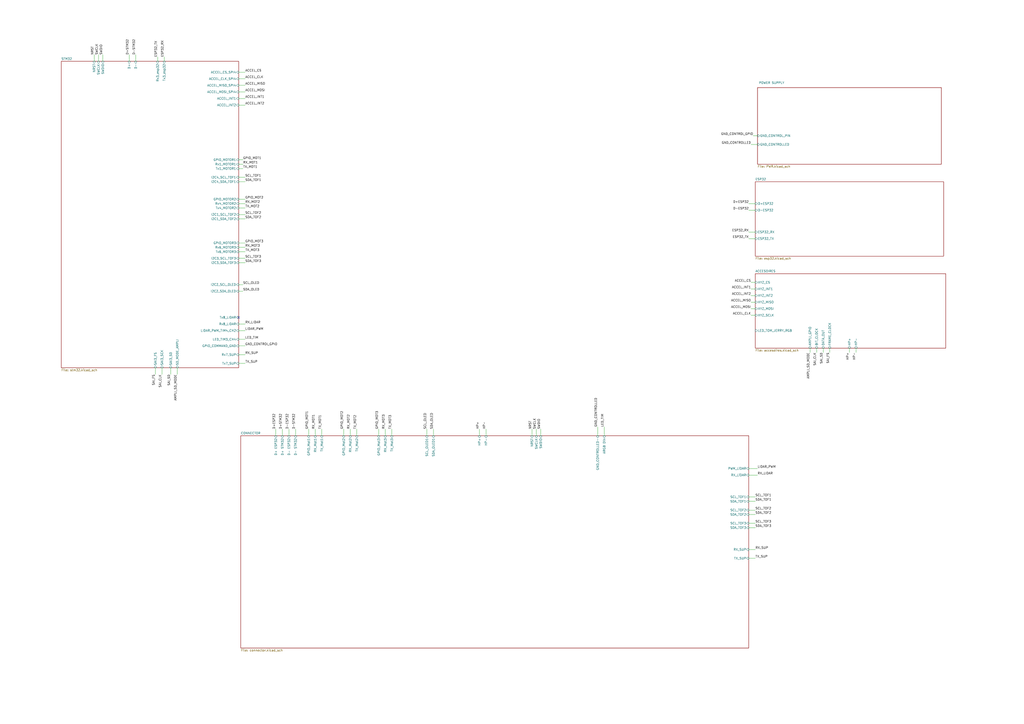
<source format=kicad_sch>
(kicad_sch
	(version 20250114)
	(generator "eeschema")
	(generator_version "9.0")
	(uuid "64301b3d-8a16-47d9-a9c6-0068257932ba")
	(paper "A2")
	(lib_symbols)
	(no_connect
		(at 138.43 184.15)
		(uuid "9d9414a4-1db0-45e9-a216-bf07b3695cd9")
	)
	(wire
		(pts
			(xy 251.46 248.92) (xy 251.46 252.73)
		)
		(stroke
			(width 0)
			(type default)
		)
		(uuid "0113d179-3b76-4e27-a636-39025279b1c2")
	)
	(wire
		(pts
			(xy 59.69 35.56) (xy 59.69 31.75)
		)
		(stroke
			(width 0)
			(type default)
		)
		(uuid "02ff65a8-9f3a-4528-ab89-e1f4c757f418")
	)
	(wire
		(pts
			(xy 142.24 115.57) (xy 138.43 115.57)
		)
		(stroke
			(width 0)
			(type default)
		)
		(uuid "0b302dbe-49d8-4db2-a9fa-1d07903a3452")
	)
	(wire
		(pts
			(xy 496.57 204.47) (xy 496.57 201.93)
		)
		(stroke
			(width 0)
			(type default)
		)
		(uuid "0db2a8a1-5cf9-4b29-9e35-8bf1b027ea7b")
	)
	(wire
		(pts
			(xy 142.24 143.51) (xy 138.43 143.51)
		)
		(stroke
			(width 0)
			(type default)
		)
		(uuid "0e184ca1-c349-4251-b3fe-c52e9db80463")
	)
	(wire
		(pts
			(xy 435.61 167.64) (xy 438.15 167.64)
		)
		(stroke
			(width 0)
			(type default)
		)
		(uuid "0e7fe588-64a1-4e2d-8d96-ec050cf425ec")
	)
	(wire
		(pts
			(xy 102.87 217.17) (xy 102.87 213.36)
		)
		(stroke
			(width 0)
			(type default)
		)
		(uuid "187203c3-cb56-4fb2-92c7-161476bb126c")
	)
	(wire
		(pts
			(xy 78.74 31.75) (xy 78.74 35.56)
		)
		(stroke
			(width 0)
			(type default)
		)
		(uuid "1c644dc1-48ef-4165-b9fc-69440ad04059")
	)
	(wire
		(pts
			(xy 434.34 118.11) (xy 438.15 118.11)
		)
		(stroke
			(width 0)
			(type default)
		)
		(uuid "23a2d673-810f-42d1-a6de-a7c9b5fc1663")
	)
	(wire
		(pts
			(xy 434.34 138.43) (xy 438.15 138.43)
		)
		(stroke
			(width 0)
			(type default)
		)
		(uuid "2538c56c-85cc-435d-b87d-7402e9b40d93")
	)
	(wire
		(pts
			(xy 140.97 92.71) (xy 138.43 92.71)
		)
		(stroke
			(width 0)
			(type default)
		)
		(uuid "25ce735b-1b92-4dbb-8ce3-b80ee15e8640")
	)
	(wire
		(pts
			(xy 203.2 248.92) (xy 203.2 252.73)
		)
		(stroke
			(width 0)
			(type default)
		)
		(uuid "272d0ca2-3562-4818-aa89-848960ce6fe2")
	)
	(wire
		(pts
			(xy 167.64 248.92) (xy 167.64 252.73)
		)
		(stroke
			(width 0)
			(type default)
		)
		(uuid "2903a9cc-148f-44e0-b5bd-98970bd3a0b3")
	)
	(wire
		(pts
			(xy 435.61 163.83) (xy 438.15 163.83)
		)
		(stroke
			(width 0)
			(type default)
		)
		(uuid "29400868-afa4-4e34-a546-5970e425df82")
	)
	(wire
		(pts
			(xy 438.15 290.83) (xy 434.34 290.83)
		)
		(stroke
			(width 0)
			(type default)
		)
		(uuid "32fd7384-ce83-4506-96cb-bae139fe6369")
	)
	(wire
		(pts
			(xy 435.61 175.26) (xy 438.15 175.26)
		)
		(stroke
			(width 0)
			(type default)
		)
		(uuid "3420fb50-3e9f-4ec9-b4ae-508f4f3348ff")
	)
	(wire
		(pts
			(xy 163.83 248.92) (xy 163.83 252.73)
		)
		(stroke
			(width 0)
			(type default)
		)
		(uuid "36997f45-b264-4f97-8f6a-490eb164d7ea")
	)
	(wire
		(pts
			(xy 281.94 248.92) (xy 281.94 252.73)
		)
		(stroke
			(width 0)
			(type default)
		)
		(uuid "3a07b45c-ebcd-4b91-aa45-a13db8a9318d")
	)
	(wire
		(pts
			(xy 142.24 149.86) (xy 138.43 149.86)
		)
		(stroke
			(width 0)
			(type default)
		)
		(uuid "3a23b26e-219b-458b-9678-5b1c4b530a18")
	)
	(wire
		(pts
			(xy 142.24 152.4) (xy 138.43 152.4)
		)
		(stroke
			(width 0)
			(type default)
		)
		(uuid "3b770667-5649-4d12-9102-556d89795674")
	)
	(wire
		(pts
			(xy 142.24 191.77) (xy 138.43 191.77)
		)
		(stroke
			(width 0)
			(type default)
		)
		(uuid "3dea65d4-fff2-44d7-bdd8-f5e45b809182")
	)
	(wire
		(pts
			(xy 142.24 205.74) (xy 138.43 205.74)
		)
		(stroke
			(width 0)
			(type default)
		)
		(uuid "45cc9f9b-c476-4756-97f4-884a7ad214d6")
	)
	(wire
		(pts
			(xy 140.97 95.25) (xy 138.43 95.25)
		)
		(stroke
			(width 0)
			(type default)
		)
		(uuid "4c4a673a-e013-4bce-b5c2-ebdf29defc99")
	)
	(wire
		(pts
			(xy 219.71 248.92) (xy 219.71 252.73)
		)
		(stroke
			(width 0)
			(type default)
		)
		(uuid "50960d16-15b5-49ac-b41e-26f748d1eaba")
	)
	(wire
		(pts
			(xy 95.25 33.02) (xy 95.25 35.56)
		)
		(stroke
			(width 0)
			(type default)
		)
		(uuid "56bacb4d-7ca3-48e7-8249-c88354903ec8")
	)
	(wire
		(pts
			(xy 350.52 247.65) (xy 350.52 252.73)
		)
		(stroke
			(width 0)
			(type default)
		)
		(uuid "598d13ef-ac2b-4361-9f35-8d61c12f6661")
	)
	(wire
		(pts
			(xy 182.88 248.92) (xy 182.88 252.73)
		)
		(stroke
			(width 0)
			(type default)
		)
		(uuid "5ba44961-2a00-4655-82f5-be6ce5dff3d7")
	)
	(wire
		(pts
			(xy 93.98 217.17) (xy 93.98 213.36)
		)
		(stroke
			(width 0)
			(type default)
		)
		(uuid "5bbde2cb-743a-4007-9417-5c7f252186d0")
	)
	(wire
		(pts
			(xy 223.52 248.92) (xy 223.52 252.73)
		)
		(stroke
			(width 0)
			(type default)
		)
		(uuid "5c416637-87c9-4fd6-9a6c-2c3f253df562")
	)
	(wire
		(pts
			(xy 346.71 247.65) (xy 346.71 252.73)
		)
		(stroke
			(width 0)
			(type default)
		)
		(uuid "5d4e2fd2-42ec-4a13-9e73-7fd7b48e8da7")
	)
	(wire
		(pts
			(xy 142.24 45.72) (xy 138.43 45.72)
		)
		(stroke
			(width 0)
			(type default)
		)
		(uuid "5da5c208-3cbd-463d-8461-240d9e61928f")
	)
	(wire
		(pts
			(xy 435.61 179.07) (xy 438.15 179.07)
		)
		(stroke
			(width 0)
			(type default)
		)
		(uuid "6a618095-96d3-475b-aaa7-58dc6c7f72e1")
	)
	(wire
		(pts
			(xy 142.24 49.53) (xy 138.43 49.53)
		)
		(stroke
			(width 0)
			(type default)
		)
		(uuid "6a630b6c-673a-43eb-8f0b-ee827464f2c1")
	)
	(wire
		(pts
			(xy 438.15 318.77) (xy 434.34 318.77)
		)
		(stroke
			(width 0)
			(type default)
		)
		(uuid "702c51cb-d71e-4d32-b7ff-7c96820e850a")
	)
	(wire
		(pts
			(xy 435.61 171.45) (xy 438.15 171.45)
		)
		(stroke
			(width 0)
			(type default)
		)
		(uuid "758c376b-87d4-43bc-b862-b359f1fc7bc5")
	)
	(wire
		(pts
			(xy 142.24 127) (xy 138.43 127)
		)
		(stroke
			(width 0)
			(type default)
		)
		(uuid "75ef2c2e-ff27-497e-99d4-ef43612a5d73")
	)
	(wire
		(pts
			(xy 207.01 248.92) (xy 207.01 252.73)
		)
		(stroke
			(width 0)
			(type default)
		)
		(uuid "787180a1-6538-46f6-aceb-fbe755ac0463")
	)
	(wire
		(pts
			(xy 469.9 204.47) (xy 469.9 201.93)
		)
		(stroke
			(width 0)
			(type default)
		)
		(uuid "79e4f2f7-5a84-461a-89e5-7d613dfc6dd0")
	)
	(wire
		(pts
			(xy 278.13 248.92) (xy 278.13 252.73)
		)
		(stroke
			(width 0)
			(type default)
		)
		(uuid "7bd76878-d76c-4638-b7dd-f43b33e4601a")
	)
	(wire
		(pts
			(xy 160.02 248.92) (xy 160.02 252.73)
		)
		(stroke
			(width 0)
			(type default)
		)
		(uuid "7d82adea-3874-42c9-87ff-e165087a7ce7")
	)
	(wire
		(pts
			(xy 171.45 248.92) (xy 171.45 252.73)
		)
		(stroke
			(width 0)
			(type default)
		)
		(uuid "7ee5ad75-c2e6-4362-8bc5-e47cd5e526ca")
	)
	(wire
		(pts
			(xy 142.24 124.46) (xy 138.43 124.46)
		)
		(stroke
			(width 0)
			(type default)
		)
		(uuid "81baf407-f511-447c-9e66-0778670ef033")
	)
	(wire
		(pts
			(xy 473.71 204.47) (xy 473.71 201.93)
		)
		(stroke
			(width 0)
			(type default)
		)
		(uuid "83f12bec-346a-4d6f-956e-b5559a9d394d")
	)
	(wire
		(pts
			(xy 434.34 134.62) (xy 438.15 134.62)
		)
		(stroke
			(width 0)
			(type default)
		)
		(uuid "850e6f04-6781-4fcf-b54e-37e67b651425")
	)
	(wire
		(pts
			(xy 90.17 217.17) (xy 90.17 213.36)
		)
		(stroke
			(width 0)
			(type default)
		)
		(uuid "870d7e07-255d-4017-bfea-58bb6896227b")
	)
	(wire
		(pts
			(xy 436.88 78.74) (xy 439.42 78.74)
		)
		(stroke
			(width 0)
			(type default)
		)
		(uuid "87857253-9180-4788-b6a2-181200d21c92")
	)
	(wire
		(pts
			(xy 142.24 187.96) (xy 138.43 187.96)
		)
		(stroke
			(width 0)
			(type default)
		)
		(uuid "88c1c78b-dae7-431b-9983-c19bb585da47")
	)
	(wire
		(pts
			(xy 74.93 31.75) (xy 74.93 35.56)
		)
		(stroke
			(width 0)
			(type default)
		)
		(uuid "8bedf283-6181-4f7f-8b86-918f482603b3")
	)
	(wire
		(pts
			(xy 308.61 248.92) (xy 308.61 252.73)
		)
		(stroke
			(width 0)
			(type default)
		)
		(uuid "91eaa08c-5900-4b23-9d56-5dfd6249a84d")
	)
	(wire
		(pts
			(xy 438.15 295.91) (xy 434.34 295.91)
		)
		(stroke
			(width 0)
			(type default)
		)
		(uuid "92459ae8-11b0-4555-90af-e168a4c7cd66")
	)
	(wire
		(pts
			(xy 142.24 60.96) (xy 138.43 60.96)
		)
		(stroke
			(width 0)
			(type default)
		)
		(uuid "934ca7d7-2277-4adf-b49f-ba7daf222ab0")
	)
	(wire
		(pts
			(xy 438.15 323.85) (xy 434.34 323.85)
		)
		(stroke
			(width 0)
			(type default)
		)
		(uuid "9381fa7a-26de-444b-be31-ca5c16de43c3")
	)
	(wire
		(pts
			(xy 227.33 248.92) (xy 227.33 252.73)
		)
		(stroke
			(width 0)
			(type default)
		)
		(uuid "96aed149-9dfc-4f1f-9e8b-790466870546")
	)
	(wire
		(pts
			(xy 91.44 33.02) (xy 91.44 35.56)
		)
		(stroke
			(width 0)
			(type default)
		)
		(uuid "9a22c088-a32a-4ca9-a85d-1d5de8e814fb")
	)
	(wire
		(pts
			(xy 477.52 204.47) (xy 477.52 201.93)
		)
		(stroke
			(width 0)
			(type default)
		)
		(uuid "9a491492-7ccd-4632-951a-ca67171e6478")
	)
	(wire
		(pts
			(xy 438.15 303.53) (xy 434.34 303.53)
		)
		(stroke
			(width 0)
			(type default)
		)
		(uuid "9bb01d3b-c421-4652-b427-811bc1480196")
	)
	(wire
		(pts
			(xy 142.24 57.15) (xy 138.43 57.15)
		)
		(stroke
			(width 0)
			(type default)
		)
		(uuid "9d457b5c-30e5-43a3-adb0-835076d5e7df")
	)
	(wire
		(pts
			(xy 311.15 248.92) (xy 311.15 252.73)
		)
		(stroke
			(width 0)
			(type default)
		)
		(uuid "9ecbbd52-6062-40a9-8dd4-873c0fde65d8")
	)
	(wire
		(pts
			(xy 438.15 288.29) (xy 434.34 288.29)
		)
		(stroke
			(width 0)
			(type default)
		)
		(uuid "a3dd8489-985d-4825-bcac-2118f1ab819d")
	)
	(wire
		(pts
			(xy 438.15 306.07) (xy 434.34 306.07)
		)
		(stroke
			(width 0)
			(type default)
		)
		(uuid "a4dea78f-b826-41f2-8428-b30b868e01d6")
	)
	(wire
		(pts
			(xy 140.97 165.1) (xy 138.43 165.1)
		)
		(stroke
			(width 0)
			(type default)
		)
		(uuid "a8012333-c5a5-4091-a989-5cf8b8c85815")
	)
	(wire
		(pts
			(xy 142.24 105.41) (xy 138.43 105.41)
		)
		(stroke
			(width 0)
			(type default)
		)
		(uuid "a9b13de6-224e-489c-8704-b4e304922ee0")
	)
	(wire
		(pts
			(xy 439.42 271.78) (xy 434.34 271.78)
		)
		(stroke
			(width 0)
			(type default)
		)
		(uuid "ac4c1361-741b-452c-adf7-dd2981ea2224")
	)
	(wire
		(pts
			(xy 142.24 210.82) (xy 138.43 210.82)
		)
		(stroke
			(width 0)
			(type default)
		)
		(uuid "b4f90ddd-c4d7-423e-adc0-7f62920f376e")
	)
	(wire
		(pts
			(xy 142.24 120.65) (xy 138.43 120.65)
		)
		(stroke
			(width 0)
			(type default)
		)
		(uuid "b5ffeb9a-842b-4c60-a58a-7d113e47dfcb")
	)
	(wire
		(pts
			(xy 439.42 275.59) (xy 434.34 275.59)
		)
		(stroke
			(width 0)
			(type default)
		)
		(uuid "bdc8d55f-dff9-457d-ad29-ebdf650cb7b5")
	)
	(wire
		(pts
			(xy 142.24 118.11) (xy 138.43 118.11)
		)
		(stroke
			(width 0)
			(type default)
		)
		(uuid "bee1b028-212e-4fd6-a9ee-4d61be3d4ede")
	)
	(wire
		(pts
			(xy 142.24 53.34) (xy 138.43 53.34)
		)
		(stroke
			(width 0)
			(type default)
		)
		(uuid "c475acba-0a8c-49a1-b953-26490c990757")
	)
	(wire
		(pts
			(xy 199.39 248.92) (xy 199.39 252.73)
		)
		(stroke
			(width 0)
			(type default)
		)
		(uuid "c5738813-40ae-4d5f-ba8c-fca94dfa1827")
	)
	(wire
		(pts
			(xy 54.61 31.75) (xy 54.61 35.56)
		)
		(stroke
			(width 0)
			(type default)
		)
		(uuid "c798c35c-b04b-4deb-80fb-d37fb6a2f2c4")
	)
	(wire
		(pts
			(xy 435.61 83.82) (xy 439.42 83.82)
		)
		(stroke
			(width 0)
			(type default)
		)
		(uuid "c94159ae-3472-4779-94db-06ee6512a4c2")
	)
	(wire
		(pts
			(xy 99.06 217.17) (xy 99.06 213.36)
		)
		(stroke
			(width 0)
			(type default)
		)
		(uuid "ce3363f9-a82b-4f00-9760-727311dfead7")
	)
	(wire
		(pts
			(xy 438.15 298.45) (xy 434.34 298.45)
		)
		(stroke
			(width 0)
			(type default)
		)
		(uuid "d0e27a9f-928c-4465-bf27-7685c827e66a")
	)
	(wire
		(pts
			(xy 186.69 248.92) (xy 186.69 252.73)
		)
		(stroke
			(width 0)
			(type default)
		)
		(uuid "d6ea565d-0511-4850-9c37-10b7de89964e")
	)
	(wire
		(pts
			(xy 313.69 248.92) (xy 313.69 252.73)
		)
		(stroke
			(width 0)
			(type default)
		)
		(uuid "d73f72ea-0eda-4896-9167-0a66af2dff40")
	)
	(wire
		(pts
			(xy 142.24 41.91) (xy 138.43 41.91)
		)
		(stroke
			(width 0)
			(type default)
		)
		(uuid "d9773752-6acd-4ec2-9aba-89bf1eb278de")
	)
	(wire
		(pts
			(xy 142.24 146.05) (xy 138.43 146.05)
		)
		(stroke
			(width 0)
			(type default)
		)
		(uuid "dc174ba3-31c8-434c-a0d6-6d6fd1dd191a")
	)
	(wire
		(pts
			(xy 435.61 182.88) (xy 438.15 182.88)
		)
		(stroke
			(width 0)
			(type default)
		)
		(uuid "dcc2bdce-d966-4231-bd25-491704c0d8e1")
	)
	(wire
		(pts
			(xy 481.33 204.47) (xy 481.33 201.93)
		)
		(stroke
			(width 0)
			(type default)
		)
		(uuid "dd09e52e-cf50-4605-82b2-7c6bd3351246")
	)
	(wire
		(pts
			(xy 179.07 248.92) (xy 179.07 252.73)
		)
		(stroke
			(width 0)
			(type default)
		)
		(uuid "de82a8f5-c122-4ad3-a7d3-267977ad0b2b")
	)
	(wire
		(pts
			(xy 142.24 200.66) (xy 138.43 200.66)
		)
		(stroke
			(width 0)
			(type default)
		)
		(uuid "e08c930c-5c19-4f75-b252-51ee0f8011f9")
	)
	(wire
		(pts
			(xy 142.24 102.87) (xy 138.43 102.87)
		)
		(stroke
			(width 0)
			(type default)
		)
		(uuid "e9717266-9ee6-4428-98b2-6384721b7ddf")
	)
	(wire
		(pts
			(xy 57.15 31.75) (xy 57.15 35.56)
		)
		(stroke
			(width 0)
			(type default)
		)
		(uuid "e986d579-0616-4815-afff-af8ea157cfd9")
	)
	(wire
		(pts
			(xy 492.76 204.47) (xy 492.76 201.93)
		)
		(stroke
			(width 0)
			(type default)
		)
		(uuid "eb7f0c4f-fb18-435b-b7c9-9ad967e699c4")
	)
	(wire
		(pts
			(xy 434.34 121.92) (xy 438.15 121.92)
		)
		(stroke
			(width 0)
			(type default)
		)
		(uuid "ef8683a4-7e93-4fa2-ad93-04d81623a46e")
	)
	(wire
		(pts
			(xy 142.24 196.85) (xy 138.43 196.85)
		)
		(stroke
			(width 0)
			(type default)
		)
		(uuid "efa62e14-40d0-499c-994f-3626a0daf9c4")
	)
	(wire
		(pts
			(xy 142.24 140.97) (xy 138.43 140.97)
		)
		(stroke
			(width 0)
			(type default)
		)
		(uuid "f38874d9-926c-45a5-9078-443c1538fee5")
	)
	(wire
		(pts
			(xy 140.97 97.79) (xy 138.43 97.79)
		)
		(stroke
			(width 0)
			(type default)
		)
		(uuid "f7f0f9b0-a89a-4e67-a318-173a695bb86a")
	)
	(wire
		(pts
			(xy 140.97 168.91) (xy 138.43 168.91)
		)
		(stroke
			(width 0)
			(type default)
		)
		(uuid "f9d18293-3ec5-45b9-b1f9-d26fd78045dc")
	)
	(wire
		(pts
			(xy 247.65 248.92) (xy 247.65 252.73)
		)
		(stroke
			(width 0)
			(type default)
		)
		(uuid "fa3fd2eb-a14a-4f57-bd60-e0c708427471")
	)
	(label "TX_SUP"
		(at 142.24 210.82 0)
		(effects
			(font
				(size 1.27 1.27)
			)
			(justify left bottom)
		)
		(uuid "04475dbe-68a5-46eb-90f4-73e8988d9226")
	)
	(label "ACCEL_INT2"
		(at 142.24 60.96 0)
		(effects
			(font
				(size 1.27 1.27)
			)
			(justify left bottom)
		)
		(uuid "0bd0b5f0-ec85-478f-b353-0193b680aaca")
	)
	(label "SWDIO"
		(at 59.69 31.75 90)
		(effects
			(font
				(size 1.27 1.27)
			)
			(justify left bottom)
		)
		(uuid "0fb3a8e7-c230-4eca-b8ed-f137c178009e")
	)
	(label "GPIO_MOT3"
		(at 219.71 248.92 90)
		(effects
			(font
				(size 1.27 1.27)
			)
			(justify left bottom)
		)
		(uuid "112d7569-e988-4595-aa11-9bc17741f870")
	)
	(label "ACCEL_CLK"
		(at 142.24 45.72 0)
		(effects
			(font
				(size 1.27 1.27)
			)
			(justify left bottom)
		)
		(uuid "144fcea0-4773-4b0e-a778-c05dc6bc1824")
	)
	(label "SCL_TOF3"
		(at 142.24 149.86 0)
		(effects
			(font
				(size 1.27 1.27)
			)
			(justify left bottom)
		)
		(uuid "18f1f7ee-270f-4f4c-ac70-16b00216a23d")
	)
	(label "LIDAR_PWM"
		(at 142.24 191.77 0)
		(effects
			(font
				(size 1.27 1.27)
			)
			(justify left bottom)
		)
		(uuid "1a6a551c-59cc-43ba-9a27-0a6ab85a6734")
	)
	(label "ACCEL_INT2"
		(at 435.61 171.45 180)
		(effects
			(font
				(size 1.27 1.27)
			)
			(justify right bottom)
		)
		(uuid "1e662773-3b49-4a6e-ab2b-d337e83e01c2")
	)
	(label "SWDIO"
		(at 313.69 248.92 90)
		(effects
			(font
				(size 1.27 1.27)
			)
			(justify left bottom)
		)
		(uuid "1f50aada-c37e-440f-8c56-190222a3f1d6")
	)
	(label "SDA_OLED"
		(at 251.46 248.92 90)
		(effects
			(font
				(size 1.27 1.27)
			)
			(justify left bottom)
		)
		(uuid "1f51fff0-f08e-46c9-a82b-5e884ee9c19e")
	)
	(label "NRST"
		(at 54.61 31.75 90)
		(effects
			(font
				(size 1.27 1.27)
			)
			(justify left bottom)
		)
		(uuid "25f08616-917f-44b9-977e-9a1206228b69")
	)
	(label "LED_TIM"
		(at 142.24 196.85 0)
		(effects
			(font
				(size 1.27 1.27)
			)
			(justify left bottom)
		)
		(uuid "26ad4d6f-aafe-4075-81c2-12938981e512")
	)
	(label "D-STM32"
		(at 171.45 248.92 90)
		(effects
			(font
				(size 1.27 1.27)
			)
			(justify left bottom)
		)
		(uuid "28deb36a-fa18-4594-9abc-45c8c32ec12e")
	)
	(label "ACCEL_INT1"
		(at 435.61 167.64 180)
		(effects
			(font
				(size 1.27 1.27)
			)
			(justify right bottom)
		)
		(uuid "2a63f73e-e4da-41f8-a38f-f1169b59d300")
	)
	(label "SDA_TOF3"
		(at 438.15 306.07 0)
		(effects
			(font
				(size 1.27 1.27)
			)
			(justify left bottom)
		)
		(uuid "2c64d89c-aaa9-42c2-a44d-9bf1573dd444")
	)
	(label "ESP32_TX"
		(at 91.44 33.02 90)
		(effects
			(font
				(size 1.27 1.27)
			)
			(justify left bottom)
		)
		(uuid "2cd2621e-45c6-4e3e-8f44-e8a4b38589ce")
	)
	(label "AMPLI_SD_MODE"
		(at 102.87 217.17 270)
		(effects
			(font
				(size 1.27 1.27)
			)
			(justify right bottom)
		)
		(uuid "2f3aa694-b40e-40c5-8dee-709a82346e28")
	)
	(label "RX_SUP"
		(at 142.24 205.74 0)
		(effects
			(font
				(size 1.27 1.27)
			)
			(justify left bottom)
		)
		(uuid "2f3c51cd-d4a4-4037-9c9b-e504da1e2551")
	)
	(label "LIDAR_PWM"
		(at 439.42 271.78 0)
		(effects
			(font
				(size 1.27 1.27)
			)
			(justify left bottom)
		)
		(uuid "319264da-d870-4444-a961-f288587db86e")
	)
	(label "HP+"
		(at 278.13 248.92 90)
		(effects
			(font
				(size 1.27 1.27)
			)
			(justify left bottom)
		)
		(uuid "35cc718a-ce2f-493f-b825-737af87c6c97")
	)
	(label "RX_MOT2"
		(at 203.2 248.92 90)
		(effects
			(font
				(size 1.27 1.27)
			)
			(justify left bottom)
		)
		(uuid "35df4287-7b43-4a51-be80-bacc696c9c2c")
	)
	(label "SWCLK"
		(at 311.15 248.92 90)
		(effects
			(font
				(size 1.27 1.27)
			)
			(justify left bottom)
		)
		(uuid "364622b4-ab47-4ea7-adce-bc4f33c214b7")
	)
	(label "SCL_OLED"
		(at 247.65 248.92 90)
		(effects
			(font
				(size 1.27 1.27)
			)
			(justify left bottom)
		)
		(uuid "392ab511-ad3c-42db-b06d-5636af5695f3")
	)
	(label "AMPLI_SD_MODE"
		(at 469.9 204.47 270)
		(effects
			(font
				(size 1.27 1.27)
			)
			(justify right bottom)
		)
		(uuid "409324e6-1840-4edc-b9d4-35d30d1e31df")
	)
	(label "GND_CONTROLLED"
		(at 435.61 83.82 180)
		(effects
			(font
				(size 1.27 1.27)
			)
			(justify right bottom)
		)
		(uuid "45928083-9ed5-439f-932f-b27683bc5f2d")
	)
	(label "ACCEL_MOSI"
		(at 142.24 53.34 0)
		(effects
			(font
				(size 1.27 1.27)
			)
			(justify left bottom)
		)
		(uuid "4712e209-7d86-4b55-8d86-96e731b88a22")
	)
	(label "TX_MOT3"
		(at 142.24 146.05 0)
		(effects
			(font
				(size 1.27 1.27)
			)
			(justify left bottom)
		)
		(uuid "484d243d-6775-431c-9f9f-19abcc7ae4f4")
	)
	(label "TX_MOT2"
		(at 207.01 248.92 90)
		(effects
			(font
				(size 1.27 1.27)
			)
			(justify left bottom)
		)
		(uuid "49675f7d-6481-4967-9e9d-038953386f0c")
	)
	(label "D+ESP32"
		(at 434.34 118.11 180)
		(effects
			(font
				(size 1.27 1.27)
			)
			(justify right bottom)
		)
		(uuid "4da744e1-f330-407a-a61f-4cd846fd43ec")
	)
	(label "TX_MOT1"
		(at 186.69 248.92 90)
		(effects
			(font
				(size 1.27 1.27)
			)
			(justify left bottom)
		)
		(uuid "52baec64-6e8f-4d22-b17b-91cf3eabbc20")
	)
	(label "SAI_FS"
		(at 481.33 204.47 270)
		(effects
			(font
				(size 1.27 1.27)
			)
			(justify right bottom)
		)
		(uuid "52d077a7-2c75-4a43-abb1-c1abfea8f8b7")
	)
	(label "RX_MOT1"
		(at 182.88 248.92 90)
		(effects
			(font
				(size 1.27 1.27)
			)
			(justify left bottom)
		)
		(uuid "53eb663a-4a1a-4b91-ab31-8f4f7281e907")
	)
	(label "GND_CONTROl_GPIO"
		(at 436.88 78.74 180)
		(effects
			(font
				(size 1.27 1.27)
			)
			(justify right bottom)
		)
		(uuid "553e884c-f845-4ae1-b625-ae9bba2ae73c")
	)
	(label "D+STM32"
		(at 74.93 31.75 90)
		(effects
			(font
				(size 1.27 1.27)
			)
			(justify left bottom)
		)
		(uuid "581db247-4963-4a35-ae92-190ca7968237")
	)
	(label "SCL_OLED"
		(at 140.97 165.1 0)
		(effects
			(font
				(size 1.27 1.27)
			)
			(justify left bottom)
		)
		(uuid "5ae020f5-9c5f-43f0-853f-72770af3bd25")
	)
	(label "HP-"
		(at 281.94 248.92 90)
		(effects
			(font
				(size 1.27 1.27)
			)
			(justify left bottom)
		)
		(uuid "5b54ff18-3737-4a33-a829-1afcab7cfdaa")
	)
	(label "GND_CONTROLLED"
		(at 346.71 247.65 90)
		(effects
			(font
				(size 1.27 1.27)
			)
			(justify left bottom)
		)
		(uuid "60288ff0-d421-4933-b7be-cf259157b2f9")
	)
	(label "ACCEL_CS"
		(at 142.24 41.91 0)
		(effects
			(font
				(size 1.27 1.27)
			)
			(justify left bottom)
		)
		(uuid "60472c8c-fd49-4742-9b1f-1627beab3732")
	)
	(label "ACCEL_CS"
		(at 435.61 163.83 180)
		(effects
			(font
				(size 1.27 1.27)
			)
			(justify right bottom)
		)
		(uuid "630bc95b-f65d-4e8e-afba-8f0c39490a08")
	)
	(label "RX_LIDAR"
		(at 142.24 187.96 0)
		(effects
			(font
				(size 1.27 1.27)
			)
			(justify left bottom)
		)
		(uuid "643c55cc-5e36-48fd-b416-6d6a8c7a7b0d")
	)
	(label "GPIO_MOT1"
		(at 140.97 92.71 0)
		(effects
			(font
				(size 1.27 1.27)
			)
			(justify left bottom)
		)
		(uuid "643e284e-3d72-434f-a48f-c373348f2167")
	)
	(label "TX_MOT2"
		(at 142.24 120.65 0)
		(effects
			(font
				(size 1.27 1.27)
			)
			(justify left bottom)
		)
		(uuid "65f95681-18ea-408d-9afa-dfd50b13e000")
	)
	(label "D-ESP32"
		(at 167.64 248.92 90)
		(effects
			(font
				(size 1.27 1.27)
			)
			(justify left bottom)
		)
		(uuid "71bcdb3d-02b1-498c-8c69-d4ab5e4b4a9e")
	)
	(label "HP+"
		(at 492.76 204.47 270)
		(effects
			(font
				(size 1.27 1.27)
			)
			(justify right bottom)
		)
		(uuid "78dbb160-d141-4561-af92-0144d853e9b5")
	)
	(label "GPIO_MOT2"
		(at 142.24 115.57 0)
		(effects
			(font
				(size 1.27 1.27)
			)
			(justify left bottom)
		)
		(uuid "7cc1ed00-307b-471e-b3a2-38df792024d6")
	)
	(label "SDA_TOF1"
		(at 438.15 290.83 0)
		(effects
			(font
				(size 1.27 1.27)
			)
			(justify left bottom)
		)
		(uuid "7dde6c5b-bd9a-4b69-9e91-e43ecdd73dd2")
	)
	(label "RX_MOT3"
		(at 223.52 248.92 90)
		(effects
			(font
				(size 1.27 1.27)
			)
			(justify left bottom)
		)
		(uuid "8b400d83-ce19-4aa3-8f20-a4a7b854f857")
	)
	(label "ACCEL_INT1"
		(at 142.24 57.15 0)
		(effects
			(font
				(size 1.27 1.27)
			)
			(justify left bottom)
		)
		(uuid "90f38417-bcdd-4b84-97d9-9f686f94ac96")
	)
	(label "NRST"
		(at 308.61 248.92 90)
		(effects
			(font
				(size 1.27 1.27)
			)
			(justify left bottom)
		)
		(uuid "9211d592-4136-4ab6-b6cc-6f4ac17f26fb")
	)
	(label "ESP32_RX"
		(at 434.34 134.62 180)
		(effects
			(font
				(size 1.27 1.27)
			)
			(justify right bottom)
		)
		(uuid "94d94ec8-226a-4dfd-9f26-ec0c19206d2f")
	)
	(label "GND_CONTROl_GPIO"
		(at 142.24 200.66 0)
		(effects
			(font
				(size 1.27 1.27)
			)
			(justify left bottom)
		)
		(uuid "950c793a-4d8f-4237-ba9c-8803df598f70")
	)
	(label "SCL_TOF2"
		(at 438.15 295.91 0)
		(effects
			(font
				(size 1.27 1.27)
			)
			(justify left bottom)
		)
		(uuid "98b87096-0a7f-4c73-9f51-208a6f44f5dd")
	)
	(label "SAI_CLK"
		(at 473.71 204.47 270)
		(effects
			(font
				(size 1.27 1.27)
			)
			(justify right bottom)
		)
		(uuid "9974fc16-e0e0-473c-b0c0-1c244add7597")
	)
	(label "SWCLK"
		(at 57.15 31.75 90)
		(effects
			(font
				(size 1.27 1.27)
			)
			(justify left bottom)
		)
		(uuid "9a5068dd-0fdc-4bef-b8a4-d1eb5adc7ad7")
	)
	(label "SDA_TOF3"
		(at 142.24 152.4 0)
		(effects
			(font
				(size 1.27 1.27)
			)
			(justify left bottom)
		)
		(uuid "9b97c022-9927-4940-b45a-00ed0baf4d1b")
	)
	(label "ESP32_TX"
		(at 434.34 138.43 180)
		(effects
			(font
				(size 1.27 1.27)
			)
			(justify right bottom)
		)
		(uuid "9c2133ee-4ba9-4455-8ec5-16913492e018")
	)
	(label "HP-"
		(at 496.57 204.47 270)
		(effects
			(font
				(size 1.27 1.27)
			)
			(justify right bottom)
		)
		(uuid "9df0d673-04ca-4e14-ba49-739e2b82546e")
	)
	(label "GPIO_MOT2"
		(at 199.39 248.92 90)
		(effects
			(font
				(size 1.27 1.27)
			)
			(justify left bottom)
		)
		(uuid "a0827498-49ec-40bf-b9be-431e8b300783")
	)
	(label "ACCEL_MOSI"
		(at 435.61 179.07 180)
		(effects
			(font
				(size 1.27 1.27)
			)
			(justify right bottom)
		)
		(uuid "a3896b4f-8a7f-49d5-9f59-c4ea4bcd3296")
	)
	(label "ACCEL_MISO"
		(at 142.24 49.53 0)
		(effects
			(font
				(size 1.27 1.27)
			)
			(justify left bottom)
		)
		(uuid "a40400fa-a6cd-46c6-970b-64d5f93c156b")
	)
	(label "D+STM32"
		(at 163.83 248.92 90)
		(effects
			(font
				(size 1.27 1.27)
			)
			(justify left bottom)
		)
		(uuid "a6bd252c-4d55-4f47-ac0d-283d435ad953")
	)
	(label "SAI_SD"
		(at 99.06 217.17 270)
		(effects
			(font
				(size 1.27 1.27)
			)
			(justify right bottom)
		)
		(uuid "a7fadfb5-23c5-4aa5-a2c3-b6d642fe2083")
	)
	(label "SDA_TOF2"
		(at 142.24 127 0)
		(effects
			(font
				(size 1.27 1.27)
			)
			(justify left bottom)
		)
		(uuid "ae7e0909-ce17-45cd-b73f-84bdc78fb1a5")
	)
	(label "SDA_TOF2"
		(at 438.15 298.45 0)
		(effects
			(font
				(size 1.27 1.27)
			)
			(justify left bottom)
		)
		(uuid "b20231a1-5c4a-4fc6-af5d-e112ee891b3b")
	)
	(label "ACCEL_CLK"
		(at 435.61 182.88 180)
		(effects
			(font
				(size 1.27 1.27)
			)
			(justify right bottom)
		)
		(uuid "b23c5639-f744-4b7c-95d1-5a9f6bdf6b15")
	)
	(label "RX_SUP"
		(at 438.15 318.77 0)
		(effects
			(font
				(size 1.27 1.27)
			)
			(justify left bottom)
		)
		(uuid "b3f7bd8f-b35a-4b3b-9d8a-4426bd0d0aa6")
	)
	(label "GPIO_MOT1"
		(at 179.07 248.92 90)
		(effects
			(font
				(size 1.27 1.27)
			)
			(justify left bottom)
		)
		(uuid "b5e37887-2db0-44e1-9f6f-bc99f7c59543")
	)
	(label "SAI_SD"
		(at 477.52 204.47 270)
		(effects
			(font
				(size 1.27 1.27)
			)
			(justify right bottom)
		)
		(uuid "b7542165-8029-4a9d-b169-2b689d6e8c9b")
	)
	(label "TX_MOT1"
		(at 140.97 97.79 0)
		(effects
			(font
				(size 1.27 1.27)
			)
			(justify left bottom)
		)
		(uuid "bd4549c2-5cb8-4fba-91fd-5bcdf614c598")
	)
	(label "SDA_TOF1"
		(at 142.24 105.41 0)
		(effects
			(font
				(size 1.27 1.27)
			)
			(justify left bottom)
		)
		(uuid "c059fe47-dd8e-4732-b052-fe4398cd5a47")
	)
	(label "SDA_OLED"
		(at 140.97 168.91 0)
		(effects
			(font
				(size 1.27 1.27)
			)
			(justify left bottom)
		)
		(uuid "d2ec93c2-fb4d-490c-a060-ae2ecf77a0b7")
	)
	(label "SAI_CLK"
		(at 93.98 217.17 270)
		(effects
			(font
				(size 1.27 1.27)
			)
			(justify right bottom)
		)
		(uuid "d34e2666-9d5f-4329-b5fa-d50853bec3de")
	)
	(label "SAI_FS"
		(at 90.17 217.17 270)
		(effects
			(font
				(size 1.27 1.27)
			)
			(justify right bottom)
		)
		(uuid "d5507ef7-c18a-43fa-8455-4ed7c3364011")
	)
	(label "LED_TIM"
		(at 350.52 247.65 90)
		(effects
			(font
				(size 1.27 1.27)
			)
			(justify left bottom)
		)
		(uuid "d7922c8b-0fa7-481c-84db-5ffd7891b138")
	)
	(label "GPIO_MOT3"
		(at 142.24 140.97 0)
		(effects
			(font
				(size 1.27 1.27)
			)
			(justify left bottom)
		)
		(uuid "d87c48d4-60c5-4ed5-8090-950a87eb526d")
	)
	(label "RX_MOT3"
		(at 142.24 143.51 0)
		(effects
			(font
				(size 1.27 1.27)
			)
			(justify left bottom)
		)
		(uuid "d94a142a-fe08-4ca1-9440-f9531ba010c4")
	)
	(label "ACCEL_MISO"
		(at 435.61 175.26 180)
		(effects
			(font
				(size 1.27 1.27)
			)
			(justify right bottom)
		)
		(uuid "d9ffa75d-ecd6-47d5-b219-7e06bae64425")
	)
	(label "RX_MOT2"
		(at 142.24 118.11 0)
		(effects
			(font
				(size 1.27 1.27)
			)
			(justify left bottom)
		)
		(uuid "df6c5c53-160c-42e6-840c-31e4e2f06800")
	)
	(label "ESP32_RX"
		(at 95.25 33.02 90)
		(effects
			(font
				(size 1.27 1.27)
			)
			(justify left bottom)
		)
		(uuid "e37f6219-3cc8-4d26-ab1c-3f53bd424e67")
	)
	(label "D-STM32"
		(at 78.74 31.75 90)
		(effects
			(font
				(size 1.27 1.27)
			)
			(justify left bottom)
		)
		(uuid "e3e0079f-36d4-42c1-a195-5f4fe3aac35f")
	)
	(label "TX_SUP"
		(at 438.15 323.85 0)
		(effects
			(font
				(size 1.27 1.27)
			)
			(justify left bottom)
		)
		(uuid "e4b1e050-777a-4610-8383-bd517b174c82")
	)
	(label "RX_LIDAR"
		(at 439.42 275.59 0)
		(effects
			(font
				(size 1.27 1.27)
			)
			(justify left bottom)
		)
		(uuid "e4e613b7-71ae-4eda-a49c-63d127ed86ff")
	)
	(label "SCL_TOF2"
		(at 142.24 124.46 0)
		(effects
			(font
				(size 1.27 1.27)
			)
			(justify left bottom)
		)
		(uuid "ebc411e5-aca9-4a74-962f-06c36fcad613")
	)
	(label "RX_MOT1"
		(at 140.97 95.25 0)
		(effects
			(font
				(size 1.27 1.27)
			)
			(justify left bottom)
		)
		(uuid "ec774fd4-c4ff-43b9-9bbd-4693e2a13a4d")
	)
	(label "SCL_TOF1"
		(at 438.15 288.29 0)
		(effects
			(font
				(size 1.27 1.27)
			)
			(justify left bottom)
		)
		(uuid "f2cfbb9a-43fb-4063-a35d-4786463c7ce9")
	)
	(label "SCL_TOF3"
		(at 438.15 303.53 0)
		(effects
			(font
				(size 1.27 1.27)
			)
			(justify left bottom)
		)
		(uuid "f5a407c0-ebee-4a92-a1ac-283a64044eae")
	)
	(label "SCL_TOF1"
		(at 142.24 102.87 0)
		(effects
			(font
				(size 1.27 1.27)
			)
			(justify left bottom)
		)
		(uuid "f6aea90e-1514-440d-90d4-21c9eb96c16d")
	)
	(label "D+ESP32"
		(at 160.02 248.92 90)
		(effects
			(font
				(size 1.27 1.27)
			)
			(justify left bottom)
		)
		(uuid "f7830803-5d28-4e53-9656-2104d9bc86cb")
	)
	(label "D-ESP32"
		(at 434.34 121.92 180)
		(effects
			(font
				(size 1.27 1.27)
			)
			(justify right bottom)
		)
		(uuid "f932906a-4a88-4ab3-bb54-0f51ffc45fb6")
	)
	(label "TX_MOT3"
		(at 227.33 248.92 90)
		(effects
			(font
				(size 1.27 1.27)
			)
			(justify left bottom)
		)
		(uuid "f977811a-5e27-467b-95bd-92a5b8d1ef92")
	)
	(sheet
		(at 35.56 35.56)
		(size 102.87 177.8)
		(exclude_from_sim no)
		(in_bom yes)
		(on_board yes)
		(dnp no)
		(fields_autoplaced yes)
		(stroke
			(width 0.1524)
			(type solid)
		)
		(fill
			(color 0 0 0 0.0000)
		)
		(uuid "20fa27ff-0f58-456a-bc0a-8947fd5978cc")
		(property "Sheetname" "STM32"
			(at 35.56 34.8484 0)
			(effects
				(font
					(size 1.27 1.27)
				)
				(justify left bottom)
			)
		)
		(property "Sheetfile" "stm32.kicad_sch"
			(at 35.56 213.9446 0)
			(effects
				(font
					(size 1.27 1.27)
				)
				(justify left top)
			)
		)
		(pin "ACCEL_CLK_SPI4" input
			(at 138.43 45.72 0)
			(uuid "de15a836-31f9-4406-bf16-9123f97de3cc")
			(effects
				(font
					(size 1.27 1.27)
				)
				(justify right)
			)
		)
		(pin "ACCEL_CS_SPI4" input
			(at 138.43 41.91 0)
			(uuid "6f0702d8-93fa-49ae-ad32-405e04f298c9")
			(effects
				(font
					(size 1.27 1.27)
				)
				(justify right)
			)
		)
		(pin "ACCEL_INT1" input
			(at 138.43 57.15 0)
			(uuid "af444d90-1158-4219-a392-84ea1ca3efbe")
			(effects
				(font
					(size 1.27 1.27)
				)
				(justify right)
			)
		)
		(pin "ACCEL_INT2" input
			(at 138.43 60.96 0)
			(uuid "fc9c6849-1994-4572-aa48-f5cf32888767")
			(effects
				(font
					(size 1.27 1.27)
				)
				(justify right)
			)
		)
		(pin "ACCEL_MISO_SPI4" input
			(at 138.43 49.53 0)
			(uuid "269f5381-085d-40ae-ae9b-e49dae371a75")
			(effects
				(font
					(size 1.27 1.27)
				)
				(justify right)
			)
		)
		(pin "ACCEL_MOSI_SPI4" input
			(at 138.43 53.34 0)
			(uuid "843913f5-b8b6-4128-b04c-663232ab47a2")
			(effects
				(font
					(size 1.27 1.27)
				)
				(justify right)
			)
		)
		(pin "D+" input
			(at 74.93 35.56 90)
			(uuid "b1861968-3815-4615-8d20-6a50033ac07a")
			(effects
				(font
					(size 1.27 1.27)
				)
				(justify right)
			)
		)
		(pin "D-" input
			(at 78.74 35.56 90)
			(uuid "3a2d51a6-66a9-4b52-80b5-50fae286a7eb")
			(effects
				(font
					(size 1.27 1.27)
				)
				(justify right)
			)
		)
		(pin "GPIO_COMMAND_GND" input
			(at 138.43 200.66 0)
			(uuid "31474eb9-38bf-4f00-84aa-d78abc045203")
			(effects
				(font
					(size 1.27 1.27)
				)
				(justify right)
			)
		)
		(pin "GPIO_MOTOR1" input
			(at 138.43 92.71 0)
			(uuid "343a208d-bcf9-4276-acdc-7d5424f97d54")
			(effects
				(font
					(size 1.27 1.27)
				)
				(justify right)
			)
		)
		(pin "GPIO_MOTOR2" input
			(at 138.43 115.57 0)
			(uuid "877a18f8-a5ce-4814-bada-af5d05a699b9")
			(effects
				(font
					(size 1.27 1.27)
				)
				(justify right)
			)
		)
		(pin "GPIO_MOTOR3" input
			(at 138.43 140.97 0)
			(uuid "839c4f8e-adb6-4c1a-8ec0-56c75544a24e")
			(effects
				(font
					(size 1.27 1.27)
				)
				(justify right)
			)
		)
		(pin "I2C1_SCL_TOF2" input
			(at 138.43 124.46 0)
			(uuid "f9528cd7-5c7f-4f17-8fbf-77b739f85aca")
			(effects
				(font
					(size 1.27 1.27)
				)
				(justify right)
			)
		)
		(pin "I2C1_SDA_TOF2" input
			(at 138.43 127 0)
			(uuid "3c1d5bc5-c6ca-4cd8-be32-dbe86ef41ce5")
			(effects
				(font
					(size 1.27 1.27)
				)
				(justify right)
			)
		)
		(pin "I2C2_SCL_OLED" input
			(at 138.43 165.1 0)
			(uuid "9956daaa-6918-4d38-92b2-ecdc91f991ff")
			(effects
				(font
					(size 1.27 1.27)
				)
				(justify right)
			)
		)
		(pin "I2C2_SDA_OLED" input
			(at 138.43 168.91 0)
			(uuid "7467943a-6499-40c6-abe3-516318920a49")
			(effects
				(font
					(size 1.27 1.27)
				)
				(justify right)
			)
		)
		(pin "I2C3_SCL_TOF3" input
			(at 138.43 149.86 0)
			(uuid "eefd5d68-62d9-4e23-bb65-95b16bd91634")
			(effects
				(font
					(size 1.27 1.27)
				)
				(justify right)
			)
		)
		(pin "I2C3_SDA_TOF3" input
			(at 138.43 152.4 0)
			(uuid "fe5279f6-c1c9-49e9-ad16-e52ada427bc4")
			(effects
				(font
					(size 1.27 1.27)
				)
				(justify right)
			)
		)
		(pin "I2C4_SCL_TOF1" input
			(at 138.43 102.87 0)
			(uuid "4417f35d-4887-4b5f-b3e3-fbb6fca34119")
			(effects
				(font
					(size 1.27 1.27)
				)
				(justify right)
			)
		)
		(pin "I2C4_SDA_TOF1" input
			(at 138.43 105.41 0)
			(uuid "a9dbd135-c64a-4784-a14f-85e9a6361cff")
			(effects
				(font
					(size 1.27 1.27)
				)
				(justify right)
			)
		)
		(pin "LIDAR_PWM_TIM4_CH2" input
			(at 138.43 191.77 0)
			(uuid "64293b84-0dd0-43cf-a4fc-3faa85cc6519")
			(effects
				(font
					(size 1.27 1.27)
				)
				(justify right)
			)
		)
		(pin "NRST" input
			(at 54.61 35.56 90)
			(uuid "b27c4d4f-3ebb-4d8e-9388-c613719208f1")
			(effects
				(font
					(size 1.27 1.27)
				)
				(justify right)
			)
		)
		(pin "Rx1_MOTOR1" input
			(at 138.43 95.25 0)
			(uuid "09418322-1806-4077-9a63-edf25211bb96")
			(effects
				(font
					(size 1.27 1.27)
				)
				(justify right)
			)
		)
		(pin "Rx3_esp32" input
			(at 91.44 35.56 90)
			(uuid "a9be6214-64d3-4050-a486-fe78444ca73d")
			(effects
				(font
					(size 1.27 1.27)
				)
				(justify right)
			)
		)
		(pin "Rx4_MOTOR2" input
			(at 138.43 118.11 0)
			(uuid "770d0ede-9659-474d-975d-4b49d3a564ca")
			(effects
				(font
					(size 1.27 1.27)
				)
				(justify right)
			)
		)
		(pin "Rx6_MOTOR3" input
			(at 138.43 143.51 0)
			(uuid "6c8f6d07-185b-476c-95c8-61f3a586a247")
			(effects
				(font
					(size 1.27 1.27)
				)
				(justify right)
			)
		)
		(pin "Rx7_SUP" input
			(at 138.43 205.74 0)
			(uuid "480a47f3-5e6a-45ed-91ab-1f5a482e919f")
			(effects
				(font
					(size 1.27 1.27)
				)
				(justify right)
			)
		)
		(pin "Rx8_LIDAR" input
			(at 138.43 187.96 0)
			(uuid "aae9748d-35e9-4e5c-b625-95e3689f851b")
			(effects
				(font
					(size 1.27 1.27)
				)
				(justify right)
			)
		)
		(pin "SAI3_FS" input
			(at 90.17 213.36 270)
			(uuid "de9d8f1e-0a82-47c0-9026-7d2648ca4e8f")
			(effects
				(font
					(size 1.27 1.27)
				)
				(justify left)
			)
		)
		(pin "SAI3_SCK" input
			(at 93.98 213.36 270)
			(uuid "24fcab68-a9b1-47e1-b787-2e031b8b4a4d")
			(effects
				(font
					(size 1.27 1.27)
				)
				(justify left)
			)
		)
		(pin "SAI3_SD" input
			(at 99.06 213.36 270)
			(uuid "f2a303b5-0381-4edd-9fff-c3b1d4fe60e4")
			(effects
				(font
					(size 1.27 1.27)
				)
				(justify left)
			)
		)
		(pin "SD_MODE_AMPLI" input
			(at 102.87 213.36 270)
			(uuid "b2665d71-cab7-43e5-b35f-b7955af4b47c")
			(effects
				(font
					(size 1.27 1.27)
				)
				(justify left)
			)
		)
		(pin "SWCLK" input
			(at 57.15 35.56 90)
			(uuid "701ef9e4-57c0-4a97-be25-fbe78d5c200b")
			(effects
				(font
					(size 1.27 1.27)
				)
				(justify right)
			)
		)
		(pin "SWDIO" input
			(at 59.69 35.56 90)
			(uuid "a40f15fb-ec12-4a9e-8735-2a63169f5ab6")
			(effects
				(font
					(size 1.27 1.27)
				)
				(justify right)
			)
		)
		(pin "Tx1_MOTOR1" input
			(at 138.43 97.79 0)
			(uuid "b2add3e2-cc6b-4845-a428-3c3901c23075")
			(effects
				(font
					(size 1.27 1.27)
				)
				(justify right)
			)
		)
		(pin "Tx3_esp32" input
			(at 95.25 35.56 90)
			(uuid "1053b636-4dcf-48c9-b8a3-2148ad2bd469")
			(effects
				(font
					(size 1.27 1.27)
				)
				(justify right)
			)
		)
		(pin "Tx4_MOTOR2" input
			(at 138.43 120.65 0)
			(uuid "2a5695d3-4d87-40c7-9f71-f29da3657908")
			(effects
				(font
					(size 1.27 1.27)
				)
				(justify right)
			)
		)
		(pin "Tx6_MOTOR3" input
			(at 138.43 146.05 0)
			(uuid "6483893e-af75-4488-8373-b23957d2623e")
			(effects
				(font
					(size 1.27 1.27)
				)
				(justify right)
			)
		)
		(pin "Tx7_SUP" input
			(at 138.43 210.82 0)
			(uuid "cee9d1ec-d94f-424f-aef8-17cc8ca640e2")
			(effects
				(font
					(size 1.27 1.27)
				)
				(justify right)
			)
		)
		(pin "Tx8_LIDAR" input
			(at 138.43 184.15 0)
			(uuid "b302e23a-2556-4764-b1b3-1ca162775f80")
			(effects
				(font
					(size 1.27 1.27)
				)
				(justify right)
			)
		)
		(pin "LED_TIM3_CH4" input
			(at 138.43 196.85 0)
			(uuid "06b75f78-0d5f-4f9a-8868-ea5a33c7a9f8")
			(effects
				(font
					(size 1.27 1.27)
				)
				(justify right)
			)
		)
		(instances
			(project "PCB_PAPI"
				(path "/64301b3d-8a16-47d9-a9c6-0068257932ba"
					(page "2")
				)
			)
		)
	)
	(sheet
		(at 139.7 252.73)
		(size 294.64 123.19)
		(exclude_from_sim no)
		(in_bom yes)
		(on_board yes)
		(dnp no)
		(fields_autoplaced yes)
		(stroke
			(width 0.1524)
			(type solid)
		)
		(fill
			(color 0 0 0 0.0000)
		)
		(uuid "3b0227fd-8888-44e2-94a5-1880f3393fd0")
		(property "Sheetname" "CONNECTOR"
			(at 139.7 252.0184 0)
			(effects
				(font
					(size 1.27 1.27)
				)
				(justify left bottom)
			)
		)
		(property "Sheetfile" "connector.kicad_sch"
			(at 139.7 376.5046 0)
			(effects
				(font
					(size 1.27 1.27)
				)
				(justify left top)
			)
		)
		(pin "ARGB Din" input
			(at 350.52 252.73 90)
			(uuid "1a6df731-6be1-46d3-a089-853419daf182")
			(effects
				(font
					(size 1.27 1.27)
				)
				(justify right)
			)
		)
		(pin "D+ ESP32" input
			(at 160.02 252.73 90)
			(uuid "4965c0d1-4211-4ad1-9c85-340a958af76d")
			(effects
				(font
					(size 1.27 1.27)
				)
				(justify right)
			)
		)
		(pin "D+ STM32" input
			(at 163.83 252.73 90)
			(uuid "8dec04ec-88e0-4ced-897a-96af264e9695")
			(effects
				(font
					(size 1.27 1.27)
				)
				(justify right)
			)
		)
		(pin "D- ESP32" input
			(at 167.64 252.73 90)
			(uuid "355629dc-be9d-479e-b3b0-cc4e9378e44a")
			(effects
				(font
					(size 1.27 1.27)
				)
				(justify right)
			)
		)
		(pin "D- STM32" input
			(at 171.45 252.73 90)
			(uuid "f2e87dc5-95d9-488a-9a06-59059679a0cd")
			(effects
				(font
					(size 1.27 1.27)
				)
				(justify right)
			)
		)
		(pin "GND_CONTROLLED-" input
			(at 346.71 252.73 90)
			(uuid "33f96ea7-31d3-4615-a2de-ff3bd96672e8")
			(effects
				(font
					(size 1.27 1.27)
				)
				(justify right)
			)
		)
		(pin "GPIO_Mot1" input
			(at 179.07 252.73 90)
			(uuid "6ed72ccc-2edc-49fc-bde1-9ea21da56712")
			(effects
				(font
					(size 1.27 1.27)
				)
				(justify right)
			)
		)
		(pin "GPIO_Mot2" input
			(at 199.39 252.73 90)
			(uuid "349e43fb-7a15-4b14-befa-4112f3d0111d")
			(effects
				(font
					(size 1.27 1.27)
				)
				(justify right)
			)
		)
		(pin "GPIO_Mot3" input
			(at 219.71 252.73 90)
			(uuid "4598822c-a033-4fac-a5ff-b9b91e13f20d")
			(effects
				(font
					(size 1.27 1.27)
				)
				(justify right)
			)
		)
		(pin "HP+" input
			(at 278.13 252.73 90)
			(uuid "59342305-a3b0-40be-ba62-358e353a663e")
			(effects
				(font
					(size 1.27 1.27)
				)
				(justify right)
			)
		)
		(pin "HP-" input
			(at 281.94 252.73 90)
			(uuid "2fc0bdb3-499e-4193-b6f3-5f7a44b89a81")
			(effects
				(font
					(size 1.27 1.27)
				)
				(justify right)
			)
		)
		(pin "NRST" input
			(at 308.61 252.73 90)
			(uuid "15fefe0c-f29e-4049-9909-7d62d7437c54")
			(effects
				(font
					(size 1.27 1.27)
				)
				(justify right)
			)
		)
		(pin "PWM_LiDAR" input
			(at 434.34 271.78 0)
			(uuid "f000da0d-6f35-4f64-8279-5f1c8e0a0cb1")
			(effects
				(font
					(size 1.27 1.27)
				)
				(justify right)
			)
		)
		(pin "RX_LiDAR" input
			(at 434.34 275.59 0)
			(uuid "a1f94092-ee29-461d-a5b1-241975d4f4fe")
			(effects
				(font
					(size 1.27 1.27)
				)
				(justify right)
			)
		)
		(pin "RX_Mot1" input
			(at 182.88 252.73 90)
			(uuid "4dcce79f-78d3-4a9c-892e-4f8073cf3c7f")
			(effects
				(font
					(size 1.27 1.27)
				)
				(justify right)
			)
		)
		(pin "RX_Mot2" input
			(at 203.2 252.73 90)
			(uuid "23584a91-3666-4086-ba08-9a53ee0659e6")
			(effects
				(font
					(size 1.27 1.27)
				)
				(justify right)
			)
		)
		(pin "RX_Mot3" input
			(at 223.52 252.73 90)
			(uuid "1f625194-0dbb-461a-9937-bf2b86d5b092")
			(effects
				(font
					(size 1.27 1.27)
				)
				(justify right)
			)
		)
		(pin "SCL_OLED1" input
			(at 247.65 252.73 90)
			(uuid "1a5df03d-e5ce-4868-8fd2-18425277adb8")
			(effects
				(font
					(size 1.27 1.27)
				)
				(justify right)
			)
		)
		(pin "SCL_TOF1" input
			(at 434.34 288.29 0)
			(uuid "9037eaa3-0ce0-4450-9d14-e66a5745422d")
			(effects
				(font
					(size 1.27 1.27)
				)
				(justify right)
			)
		)
		(pin "SCL_TOF2" input
			(at 434.34 295.91 0)
			(uuid "d3721833-523a-4bde-881b-c773cb7398f9")
			(effects
				(font
					(size 1.27 1.27)
				)
				(justify right)
			)
		)
		(pin "SCL_TOF3" input
			(at 434.34 303.53 0)
			(uuid "7b5f74c5-d2e8-479d-9d52-ce558d6797f7")
			(effects
				(font
					(size 1.27 1.27)
				)
				(justify right)
			)
		)
		(pin "SDA_OLED1" input
			(at 251.46 252.73 90)
			(uuid "a3d025d3-06d6-4598-b1b0-16e28b56a421")
			(effects
				(font
					(size 1.27 1.27)
				)
				(justify right)
			)
		)
		(pin "SDA_TOF1" input
			(at 434.34 290.83 0)
			(uuid "5585fa29-04b2-4c7c-bab9-010a17d8b868")
			(effects
				(font
					(size 1.27 1.27)
				)
				(justify right)
			)
		)
		(pin "SDA_TOF2" input
			(at 434.34 298.45 0)
			(uuid "86438adf-38df-4d09-ae6e-4b3870e796f0")
			(effects
				(font
					(size 1.27 1.27)
				)
				(justify right)
			)
		)
		(pin "SDA_TOF3" input
			(at 434.34 306.07 0)
			(uuid "bdfae78c-7c7d-42b0-a269-8147fb2373ec")
			(effects
				(font
					(size 1.27 1.27)
				)
				(justify right)
			)
		)
		(pin "SWCLK" input
			(at 311.15 252.73 90)
			(uuid "e2c91b07-6a41-4785-a525-7602d96d2aab")
			(effects
				(font
					(size 1.27 1.27)
				)
				(justify right)
			)
		)
		(pin "SWDIO" input
			(at 313.69 252.73 90)
			(uuid "17973967-ce7c-4daa-b961-225b09bcabae")
			(effects
				(font
					(size 1.27 1.27)
				)
				(justify right)
			)
		)
		(pin "TX_Mot1" input
			(at 186.69 252.73 90)
			(uuid "483f80e7-9a77-4591-bc8b-ec53118cfe1b")
			(effects
				(font
					(size 1.27 1.27)
				)
				(justify right)
			)
		)
		(pin "TX_Mot2" input
			(at 207.01 252.73 90)
			(uuid "504104a3-9677-4a9d-9500-6dbe75d0f33d")
			(effects
				(font
					(size 1.27 1.27)
				)
				(justify right)
			)
		)
		(pin "TX_Mot3" input
			(at 227.33 252.73 90)
			(uuid "7477dd8c-5c9e-482c-8990-3e580037ae30")
			(effects
				(font
					(size 1.27 1.27)
				)
				(justify right)
			)
		)
		(pin "RX_SUP" input
			(at 434.34 318.77 0)
			(uuid "6c03252c-9398-4d61-aa89-4439aee27bb6")
			(effects
				(font
					(size 1.27 1.27)
				)
				(justify right)
			)
		)
		(pin "TX_SUP" input
			(at 434.34 323.85 0)
			(uuid "5dbcb5d9-d938-4c5e-8ab2-63e383e3ac89")
			(effects
				(font
					(size 1.27 1.27)
				)
				(justify right)
			)
		)
		(instances
			(project "PCB_PAPI"
				(path "/64301b3d-8a16-47d9-a9c6-0068257932ba"
					(page "3")
				)
			)
		)
	)
	(sheet
		(at 439.42 50.8)
		(size 106.68 44.45)
		(exclude_from_sim no)
		(in_bom yes)
		(on_board yes)
		(dnp no)
		(stroke
			(width 0.1524)
			(type solid)
		)
		(fill
			(color 0 0 0 0.0000)
		)
		(uuid "847f55ac-306c-4b7a-8ec1-939febc79176")
		(property "Sheetname" "POWER SUPPLY"
			(at 440.182 48.768 0)
			(effects
				(font
					(size 1.27 1.27)
				)
				(justify left bottom)
			)
		)
		(property "Sheetfile" "PWR.kicad_sch"
			(at 439.42 95.8346 0)
			(effects
				(font
					(size 1.27 1.27)
				)
				(justify left top)
			)
		)
		(pin "GND_CONTROLLED" input
			(at 439.42 83.82 180)
			(uuid "a8584277-c5bc-43bd-8335-d747dbea9b70")
			(effects
				(font
					(size 1.27 1.27)
				)
				(justify left)
			)
		)
		(pin "GND_CONTROL_PIN" input
			(at 439.42 78.74 180)
			(uuid "ddf27a71-53d1-4073-8033-087bbcb14f0a")
			(effects
				(font
					(size 1.27 1.27)
				)
				(justify left)
			)
		)
		(instances
			(project "PCB_PAPI"
				(path "/64301b3d-8a16-47d9-a9c6-0068257932ba"
					(page "4")
				)
			)
		)
	)
	(sheet
		(at 438.15 158.75)
		(size 110.49 43.18)
		(exclude_from_sim no)
		(in_bom yes)
		(on_board yes)
		(dnp no)
		(fields_autoplaced yes)
		(stroke
			(width 0.1524)
			(type solid)
		)
		(fill
			(color 0 0 0 0.0000)
		)
		(uuid "a7cacbc0-0feb-46ad-bb90-db8895701fc9")
		(property "Sheetname" "ACCESOIRES"
			(at 438.15 158.0384 0)
			(effects
				(font
					(size 1.27 1.27)
				)
				(justify left bottom)
			)
		)
		(property "Sheetfile" "accesoires.kicad_sch"
			(at 438.15 202.5146 0)
			(effects
				(font
					(size 1.27 1.27)
				)
				(justify left top)
			)
		)
		(pin "AMPLI_GPIO" input
			(at 469.9 201.93 270)
			(uuid "ec63b5f4-9a43-4df7-b067-b2b0fbaec69f")
			(effects
				(font
					(size 1.27 1.27)
				)
				(justify left)
			)
		)
		(pin "BIT_CLOCK" input
			(at 473.71 201.93 270)
			(uuid "1527e87b-fd35-4277-88cf-0d64c3eb3f81")
			(effects
				(font
					(size 1.27 1.27)
				)
				(justify left)
			)
		)
		(pin "DATA_OUT" input
			(at 477.52 201.93 270)
			(uuid "52421ca8-bbc8-4522-a8a0-f7b2acc7f0fb")
			(effects
				(font
					(size 1.27 1.27)
				)
				(justify left)
			)
		)
		(pin "FRAME_CLOCK" input
			(at 481.33 201.93 270)
			(uuid "0a37a623-dab1-409d-8593-257dc3acdb2a")
			(effects
				(font
					(size 1.27 1.27)
				)
				(justify left)
			)
		)
		(pin "HP+" input
			(at 492.76 201.93 270)
			(uuid "0cc133fe-dc2a-46f4-b787-551aff120f73")
			(effects
				(font
					(size 1.27 1.27)
				)
				(justify left)
			)
		)
		(pin "HP-" input
			(at 496.57 201.93 270)
			(uuid "45a00270-5bd0-4b90-bc65-582b5626efcd")
			(effects
				(font
					(size 1.27 1.27)
				)
				(justify left)
			)
		)
		(pin "XYZ_CS" input
			(at 438.15 163.83 180)
			(uuid "9c8ca18d-3163-4982-86d7-72c33d8122fb")
			(effects
				(font
					(size 1.27 1.27)
				)
				(justify left)
			)
		)
		(pin "XYZ_INT1" input
			(at 438.15 167.64 180)
			(uuid "05958282-57c1-48d8-8908-1c4052ed7579")
			(effects
				(font
					(size 1.27 1.27)
				)
				(justify left)
			)
		)
		(pin "XYZ_INT2" input
			(at 438.15 171.45 180)
			(uuid "43fee78b-62c6-49eb-a37a-e3009404a3e2")
			(effects
				(font
					(size 1.27 1.27)
				)
				(justify left)
			)
		)
		(pin "XYZ_MISO" input
			(at 438.15 175.26 180)
			(uuid "c01c4998-9416-4b79-9c7e-e2252e15b902")
			(effects
				(font
					(size 1.27 1.27)
				)
				(justify left)
			)
		)
		(pin "XYZ_MOSI" input
			(at 438.15 179.07 180)
			(uuid "00185726-7765-4de8-900f-c9e408cdd862")
			(effects
				(font
					(size 1.27 1.27)
				)
				(justify left)
			)
		)
		(pin "XYZ_SCLK" input
			(at 438.15 182.88 180)
			(uuid "1c9d5061-e208-4556-9f8c-2e623ff7e650")
			(effects
				(font
					(size 1.27 1.27)
				)
				(justify left)
			)
		)
		(pin "LED_TOM_JERRY_RGB" input
			(at 438.15 191.77 180)
			(uuid "cac5492a-a667-45f7-a65f-575dbc8dddc7")
			(effects
				(font
					(size 1.27 1.27)
				)
				(justify left)
			)
		)
		(instances
			(project "PCB_PAPI"
				(path "/64301b3d-8a16-47d9-a9c6-0068257932ba"
					(page "6")
				)
			)
		)
	)
	(sheet
		(at 438.15 105.41)
		(size 109.22 43.18)
		(exclude_from_sim no)
		(in_bom yes)
		(on_board yes)
		(dnp no)
		(fields_autoplaced yes)
		(stroke
			(width 0.1524)
			(type solid)
		)
		(fill
			(color 0 0 0 0.0000)
		)
		(uuid "fb485485-e5ee-423e-9fe4-4f0074d92d01")
		(property "Sheetname" "ESP32"
			(at 438.15 104.6984 0)
			(effects
				(font
					(size 1.27 1.27)
				)
				(justify left bottom)
			)
		)
		(property "Sheetfile" "esp32.kicad_sch"
			(at 438.15 149.1746 0)
			(effects
				(font
					(size 1.27 1.27)
				)
				(justify left top)
			)
		)
		(pin "D+ESP32" input
			(at 438.15 118.11 180)
			(uuid "16dc733b-2388-470a-9cc0-a57fbf96f222")
			(effects
				(font
					(size 1.27 1.27)
				)
				(justify left)
			)
		)
		(pin "D-ESP32" input
			(at 438.15 121.92 180)
			(uuid "a773cb02-35b4-4b09-8231-6a3d139670de")
			(effects
				(font
					(size 1.27 1.27)
				)
				(justify left)
			)
		)
		(pin "ESP32_RX" input
			(at 438.15 134.62 180)
			(uuid "6364e760-ca60-424e-96ec-94ce5e58f115")
			(effects
				(font
					(size 1.27 1.27)
				)
				(justify left)
			)
		)
		(pin "ESP32_TX" input
			(at 438.15 138.43 180)
			(uuid "5c4a5a02-fb84-4a46-bcaa-88b7b155f013")
			(effects
				(font
					(size 1.27 1.27)
				)
				(justify left)
			)
		)
		(instances
			(project "PCB_PAPI"
				(path "/64301b3d-8a16-47d9-a9c6-0068257932ba"
					(page "5")
				)
			)
		)
	)
	(sheet_instances
		(path "/"
			(page "1")
		)
	)
	(embedded_fonts no)
)

</source>
